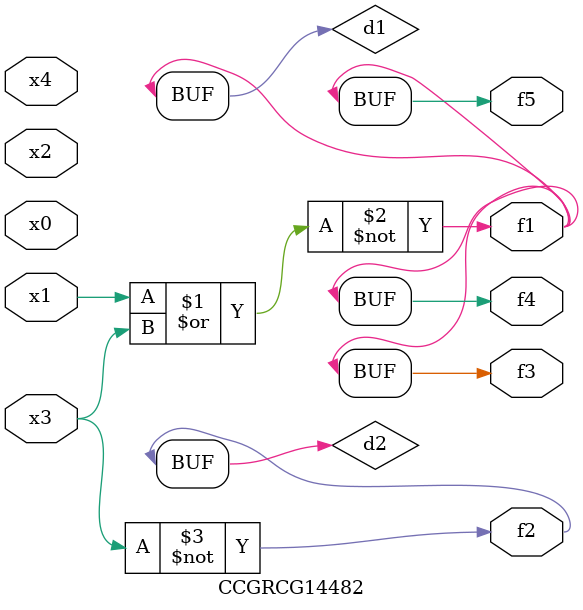
<source format=v>
module CCGRCG14482(
	input x0, x1, x2, x3, x4,
	output f1, f2, f3, f4, f5
);

	wire d1, d2;

	nor (d1, x1, x3);
	not (d2, x3);
	assign f1 = d1;
	assign f2 = d2;
	assign f3 = d1;
	assign f4 = d1;
	assign f5 = d1;
endmodule

</source>
